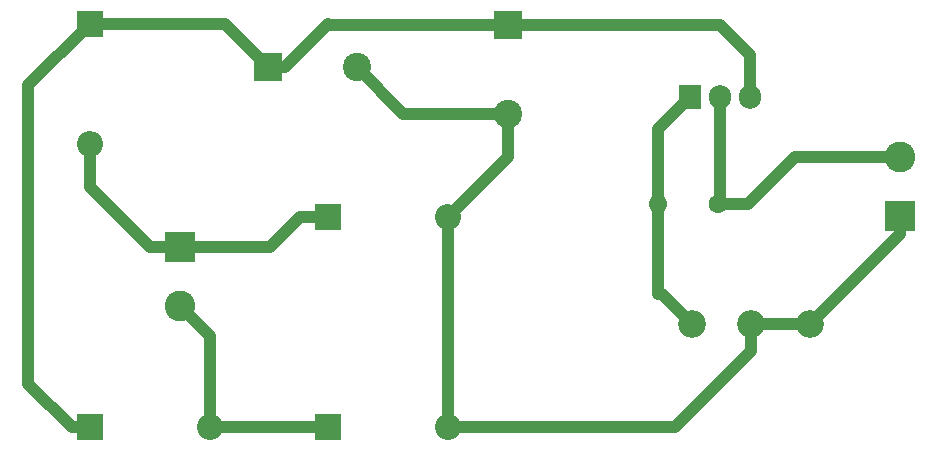
<source format=gbr>
%TF.GenerationSoftware,KiCad,Pcbnew,8.0.4*%
%TF.CreationDate,2024-08-27T18:15:43+02:00*%
%TF.ProjectId,regulateur_tension,72656775-6c61-4746-9575-725f74656e73,rev?*%
%TF.SameCoordinates,Original*%
%TF.FileFunction,Copper,L2,Bot*%
%TF.FilePolarity,Positive*%
%FSLAX46Y46*%
G04 Gerber Fmt 4.6, Leading zero omitted, Abs format (unit mm)*
G04 Created by KiCad (PCBNEW 8.0.4) date 2024-08-27 18:15:43*
%MOMM*%
%LPD*%
G01*
G04 APERTURE LIST*
%TA.AperFunction,ComponentPad*%
%ADD10C,2.600000*%
%TD*%
%TA.AperFunction,ComponentPad*%
%ADD11R,2.600000X2.600000*%
%TD*%
%TA.AperFunction,ComponentPad*%
%ADD12O,2.200000X2.200000*%
%TD*%
%TA.AperFunction,ComponentPad*%
%ADD13R,2.200000X2.200000*%
%TD*%
%TA.AperFunction,ComponentPad*%
%ADD14C,2.400000*%
%TD*%
%TA.AperFunction,ComponentPad*%
%ADD15R,2.400000X2.400000*%
%TD*%
%TA.AperFunction,ComponentPad*%
%ADD16O,1.600000X1.600000*%
%TD*%
%TA.AperFunction,ComponentPad*%
%ADD17C,1.600000*%
%TD*%
%TA.AperFunction,ComponentPad*%
%ADD18O,1.905000X2.000000*%
%TD*%
%TA.AperFunction,ComponentPad*%
%ADD19R,1.905000X2.000000*%
%TD*%
%TA.AperFunction,ComponentPad*%
%ADD20C,2.340000*%
%TD*%
%TA.AperFunction,Conductor*%
%ADD21C,1.000000*%
%TD*%
G04 APERTURE END LIST*
D10*
%TO.P,INPUT_AC1,2,Pin_2*%
%TO.N,Net-(D2-K)*%
X30600000Y-44250000D03*
D11*
%TO.P,INPUT_AC1,1,Pin_1*%
%TO.N,Net-(D1-A)*%
X30600000Y-39250000D03*
%TD*%
D12*
%TO.P,D2,2,A*%
%TO.N,GND*%
X53340000Y-54490000D03*
D13*
%TO.P,D2,1,K*%
%TO.N,Net-(D2-K)*%
X43180000Y-54490000D03*
%TD*%
D12*
%TO.P,D1,2,A*%
%TO.N,Net-(D1-A)*%
X22980000Y-30480000D03*
D13*
%TO.P,D1,1,K*%
%TO.N,Net-(D1-K)*%
X22980000Y-20320000D03*
%TD*%
D14*
%TO.P,C2,2*%
%TO.N,GND*%
X58420000Y-27940000D03*
D15*
%TO.P,C2,1*%
%TO.N,Net-(D1-K)*%
X58420000Y-20440000D03*
%TD*%
D12*
%TO.P,D3,2,A*%
%TO.N,Net-(D2-K)*%
X33140000Y-54490000D03*
D13*
%TO.P,D3,1,K*%
%TO.N,Net-(D1-K)*%
X22980000Y-54490000D03*
%TD*%
D12*
%TO.P,D4,2,A*%
%TO.N,GND*%
X53340000Y-36710000D03*
D13*
%TO.P,D4,1,K*%
%TO.N,Net-(D1-A)*%
X43180000Y-36710000D03*
%TD*%
D16*
%TO.P,R1,2*%
%TO.N,Net-(RegulateurV1-ADJ)*%
X71120000Y-35560000D03*
D17*
%TO.P,R1,1*%
%TO.N,Net-(OUTPUT1-Pin_2)*%
X76200000Y-35560000D03*
%TD*%
D18*
%TO.P,RegulateurV1,3,VI*%
%TO.N,Net-(D1-K)*%
X78860000Y-26550000D03*
%TO.P,RegulateurV1,2,VO*%
%TO.N,Net-(OUTPUT1-Pin_2)*%
X76320000Y-26550000D03*
D19*
%TO.P,RegulateurV1,1,ADJ*%
%TO.N,Net-(RegulateurV1-ADJ)*%
X73780000Y-26550000D03*
%TD*%
D14*
%TO.P,C1,2*%
%TO.N,GND*%
X45600000Y-24010000D03*
D15*
%TO.P,C1,1*%
%TO.N,Net-(D1-K)*%
X38100000Y-24010000D03*
%TD*%
D20*
%TO.P,R2,1,1*%
%TO.N,Net-(RegulateurV1-ADJ)*%
X73940000Y-45720000D03*
%TO.P,R2,2,2*%
%TO.N,GND*%
X78940000Y-45720000D03*
%TO.P,R2,3,3*%
X83940000Y-45720000D03*
%TD*%
D11*
%TO.P,OUTPUT1,1,Pin_1*%
%TO.N,GND*%
X91560000Y-36630000D03*
D10*
%TO.P,OUTPUT1,2,Pin_2*%
%TO.N,Net-(OUTPUT1-Pin_2)*%
X91560000Y-31630000D03*
%TD*%
D21*
%TO.N,Net-(OUTPUT1-Pin_2)*%
X78740000Y-35560000D02*
X76200000Y-35560000D01*
X82670000Y-31630000D02*
X78740000Y-35560000D01*
X91560000Y-31630000D02*
X82670000Y-31630000D01*
X76320000Y-35440000D02*
X76200000Y-35560000D01*
X76320000Y-26550000D02*
X76320000Y-35440000D01*
%TO.N,GND*%
X91560000Y-38100000D02*
X91560000Y-36630000D01*
X83940000Y-45720000D02*
X91560000Y-38100000D01*
%TO.N,Net-(D1-K)*%
X78860000Y-22980000D02*
X78860000Y-26550000D01*
X76320000Y-20440000D02*
X78860000Y-22980000D01*
X58420000Y-20440000D02*
X76320000Y-20440000D01*
X43300000Y-20440000D02*
X58420000Y-20440000D01*
X39490000Y-24010000D02*
X43180000Y-20320000D01*
X43180000Y-20320000D02*
X43300000Y-20440000D01*
X38100000Y-24010000D02*
X39490000Y-24010000D01*
%TO.N,Net-(RegulateurV1-ADJ)*%
X71120000Y-29210000D02*
X73780000Y-26550000D01*
X71120000Y-35560000D02*
X71120000Y-29210000D01*
X71120000Y-43180000D02*
X71120000Y-35560000D01*
X71400000Y-43180000D02*
X71120000Y-43180000D01*
X73940000Y-45720000D02*
X71400000Y-43180000D01*
%TO.N,GND*%
X83940000Y-45720000D02*
X78940000Y-45720000D01*
X53340000Y-54490000D02*
X72510000Y-54490000D01*
X72510000Y-54490000D02*
X78940000Y-48060000D01*
X78940000Y-48060000D02*
X78940000Y-45720000D01*
X53340000Y-54490000D02*
X53340000Y-36710000D01*
%TO.N,Net-(D2-K)*%
X33140000Y-54490000D02*
X43180000Y-54490000D01*
%TO.N,GND*%
X58420000Y-31630000D02*
X58420000Y-27940000D01*
X53340000Y-36710000D02*
X58420000Y-31630000D01*
X49530000Y-27940000D02*
X58420000Y-27940000D01*
X45600000Y-24010000D02*
X49530000Y-27940000D01*
%TO.N,Net-(D1-A)*%
X40760000Y-36710000D02*
X43180000Y-36710000D01*
X38220000Y-39250000D02*
X40760000Y-36710000D01*
X30600000Y-39250000D02*
X38220000Y-39250000D01*
%TO.N,Net-(D1-K)*%
X34410000Y-20320000D02*
X38100000Y-24010000D01*
X22980000Y-20320000D02*
X34410000Y-20320000D01*
%TO.N,Net-(D1-A)*%
X22980000Y-34170000D02*
X22980000Y-30480000D01*
%TO.N,Net-(D1-K)*%
X17780000Y-25520000D02*
X22980000Y-20320000D01*
X17780000Y-50800000D02*
X17780000Y-25520000D01*
%TO.N,Net-(D1-A)*%
X28060000Y-39250000D02*
X22980000Y-34170000D01*
X30600000Y-39250000D02*
X28060000Y-39250000D01*
%TO.N,Net-(D2-K)*%
X33140000Y-46790000D02*
X30600000Y-44250000D01*
X33140000Y-54490000D02*
X33140000Y-46790000D01*
%TO.N,Net-(D1-K)*%
X21470000Y-54490000D02*
X17780000Y-50800000D01*
X22980000Y-54490000D02*
X21470000Y-54490000D01*
%TD*%
M02*

</source>
